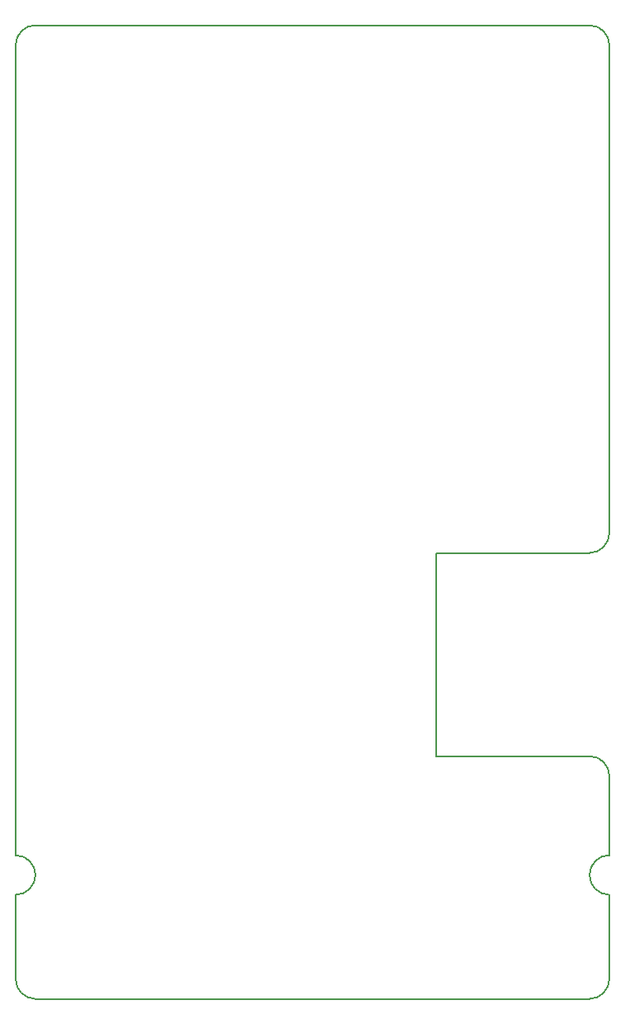
<source format=gbr>
G04 #@! TF.GenerationSoftware,KiCad,Pcbnew,(5.0.0)*
G04 #@! TF.CreationDate,2018-10-11T16:39:53-05:00*
G04 #@! TF.ProjectId,StandardBoard_HalfTiva,5374616E64617264426F6172645F4861,rev?*
G04 #@! TF.SameCoordinates,Original*
G04 #@! TF.FileFunction,Profile,NP*
%FSLAX46Y46*%
G04 Gerber Fmt 4.6, Leading zero omitted, Abs format (unit mm)*
G04 Created by KiCad (PCBNEW (5.0.0)) date 10/11/18 16:39:53*
%MOMM*%
%LPD*%
G01*
G04 APERTURE LIST*
%ADD10C,0.150000*%
G04 APERTURE END LIST*
D10*
X154940000Y-141986000D02*
X154940000Y-133350000D01*
X213868000Y-144018000D02*
X156972000Y-144018000D01*
X154940000Y-46228000D02*
X154940000Y-129286000D01*
X213868000Y-44196000D02*
X156972000Y-44196000D01*
X215900000Y-46228000D02*
X215900000Y-58420000D01*
X215900000Y-46228000D02*
G75*
G03X213868000Y-44196000I-2032000J0D01*
G01*
X156972000Y-44196000D02*
G75*
G03X154940000Y-46228000I0J-2032000D01*
G01*
X156972000Y-131318000D02*
G75*
G03X154940000Y-129286000I-2032000J0D01*
G01*
X154940000Y-133350000D02*
G75*
G03X156972000Y-131318000I0J2032000D01*
G01*
X154940000Y-141986000D02*
G75*
G03X156972000Y-144018000I2032000J0D01*
G01*
X215900000Y-96266000D02*
X215900000Y-58420000D01*
X213868000Y-144018000D02*
G75*
G03X215900000Y-141986000I0J2032000D01*
G01*
X213868000Y-131318000D02*
G75*
G03X215900000Y-133350000I2032000J0D01*
G01*
X215900000Y-129286000D02*
G75*
G03X213868000Y-131318000I0J-2032000D01*
G01*
X215900000Y-121158000D02*
G75*
G03X213868000Y-119126000I-2032000J0D01*
G01*
X213868000Y-98298000D02*
G75*
G03X215900000Y-96266000I0J2032000D01*
G01*
X213868000Y-98298000D02*
X198120000Y-98298000D01*
X198120000Y-119126000D02*
X198120000Y-98298000D01*
X213868000Y-119126000D02*
X198120000Y-119126000D01*
X215900000Y-129286000D02*
X215900000Y-121158000D01*
X215900000Y-141986000D02*
X215900000Y-133350000D01*
M02*

</source>
